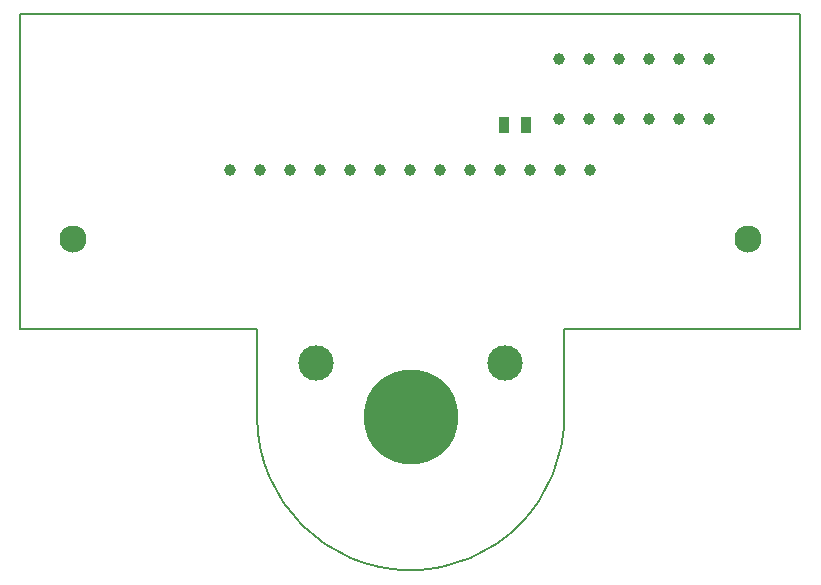
<source format=gts>
G04 (created by PCBNEW (2012-nov-02)-testing) date Thu 24 Jan 2013 15:35:23 EST*
%MOIN*%
G04 Gerber Fmt 3.4, Leading zero omitted, Abs format*
%FSLAX34Y34*%
G01*
G70*
G90*
G04 APERTURE LIST*
%ADD10C,0.006*%
%ADD11C,0.00590551*%
%ADD12C,0.0393701*%
%ADD13R,0.035X0.055*%
%ADD14C,0.11811*%
%ADD15C,0.314961*%
%ADD16C,0.0905512*%
G04 APERTURE END LIST*
G54D10*
G54D11*
X90167Y-51299D02*
X98041Y-51299D01*
X90171Y-54187D02*
X90171Y-51312D01*
X85088Y-59344D02*
G75*
G03X90171Y-54190I-35J5118D01*
G74*
G01*
X79935Y-54226D02*
G75*
G03X85053Y-59344I5118J0D01*
G74*
G01*
X79935Y-51312D02*
X79935Y-54344D01*
X79541Y-51312D02*
X79935Y-51312D01*
X98047Y-40818D02*
X98047Y-51318D01*
X72047Y-40818D02*
X98047Y-40818D01*
X72047Y-51318D02*
X72047Y-40818D01*
X72047Y-51318D02*
X79547Y-51318D01*
G54D12*
X91994Y-44318D03*
X90994Y-44318D03*
X89994Y-44318D03*
X89994Y-42318D03*
X90994Y-42318D03*
X91994Y-42318D03*
X92994Y-44318D03*
X93994Y-44318D03*
X94994Y-44318D03*
X94994Y-42318D03*
X93994Y-42318D03*
X92994Y-42318D03*
G54D13*
X88908Y-44498D03*
X88158Y-44498D03*
G54D12*
X79047Y-46011D03*
X80047Y-46011D03*
X81047Y-46011D03*
X82047Y-46011D03*
X83047Y-46011D03*
X84047Y-46011D03*
X85047Y-46011D03*
X86047Y-46011D03*
X87047Y-46011D03*
X88047Y-46011D03*
X89047Y-46011D03*
X90047Y-46011D03*
X91047Y-46011D03*
G54D14*
X81903Y-52454D03*
X88202Y-52454D03*
G54D15*
X85053Y-54226D03*
G54D16*
X73800Y-48318D03*
X96294Y-48318D03*
M02*

</source>
